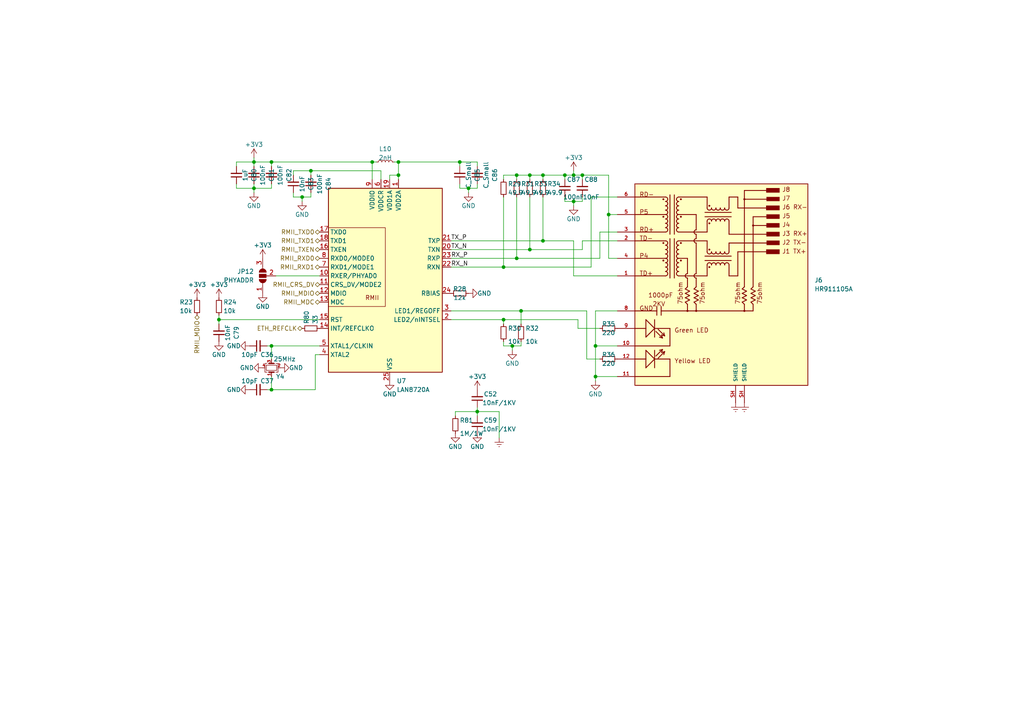
<source format=kicad_sch>
(kicad_sch (version 20230121) (generator eeschema)
  (paper "A4")
  (lib_symbols
    (symbol "Anh_Symbols:HR911105A" (pin_names (offset 1.016))
      (property "Reference" "J" (at 0 38.1 0))
      (property "Value" "HR911105A" (at -5.08 35.56 0))
      (symbol "HR911105A_0_0"
        (rectangle (start -20.32 34.29) (end 29.845 -24.13) (stroke (width 0.254)) (fill (type background)))
        (circle (center -12.065 12.065) (radius 0.1524) (stroke (width 0.254)))
        (circle (center -12.065 17.145) (radius 0.1524) (stroke (width 0.254)))
        (circle (center -12.065 24.765) (radius 0.1524) (stroke (width 0.254)))
        (circle (center -12.065 29.845) (radius 0.1524) (stroke (width 0.254)))
        (arc (start -11.43 7.62) (mid -10.981 7.806) (end -10.795 8.255) (stroke (width 0.254)))
        (arc (start -11.43 8.89) (mid -11.0269 9.1219) (end -10.795 9.525) (stroke (width 0.254)))
        (arc (start -11.43 10.16) (mid -10.981 10.346) (end -10.795 10.795) (stroke (width 0.254)))
        (arc (start -11.43 11.43) (mid -10.981 11.616) (end -10.795 12.065) (stroke (width 0.254)))
        (arc (start -11.43 12.7) (mid -10.981 12.886) (end -10.795 13.335) (stroke (width 0.254)))
        (arc (start -11.43 13.97) (mid -10.981 14.156) (end -10.795 14.605) (stroke (width 0.254)))
        (arc (start -11.43 15.24) (mid -10.981 15.426) (end -10.795 15.875) (stroke (width 0.254)))
        (arc (start -11.43 16.51) (mid -10.981 16.696) (end -10.795 17.145) (stroke (width 0.254)))
        (arc (start -11.43 20.32) (mid -10.981 20.506) (end -10.795 20.955) (stroke (width 0.254)))
        (arc (start -11.43 21.59) (mid -11.0269 21.8219) (end -10.795 22.225) (stroke (width 0.254)))
        (arc (start -11.43 22.86) (mid -10.981 23.046) (end -10.795 23.495) (stroke (width 0.254)))
        (arc (start -11.43 24.13) (mid -10.981 24.316) (end -10.795 24.765) (stroke (width 0.254)))
        (arc (start -11.43 25.4) (mid -10.981 25.586) (end -10.795 26.035) (stroke (width 0.254)))
        (arc (start -11.43 26.67) (mid -10.981 26.856) (end -10.795 27.305) (stroke (width 0.254)))
        (arc (start -11.43 27.94) (mid -10.981 28.126) (end -10.795 28.575) (stroke (width 0.254)))
        (arc (start -11.43 29.21) (mid -10.981 29.396) (end -10.795 29.845) (stroke (width 0.254)))
        (arc (start -10.795 8.255) (mid -10.981 8.704) (end -11.43 8.89) (stroke (width 0.254)))
        (arc (start -10.795 9.525) (mid -10.981 9.974) (end -11.43 10.16) (stroke (width 0.254)))
        (arc (start -10.795 10.795) (mid -10.981 11.244) (end -11.43 11.43) (stroke (width 0.254)))
        (arc (start -10.795 12.065) (mid -10.981 12.514) (end -11.43 12.7) (stroke (width 0.254)))
        (arc (start -10.795 13.335) (mid -10.981 13.784) (end -11.43 13.97) (stroke (width 0.254)))
        (arc (start -10.795 14.605) (mid -10.981 15.054) (end -11.43 15.24) (stroke (width 0.254)))
        (arc (start -10.795 15.875) (mid -10.981 16.324) (end -11.43 16.51) (stroke (width 0.254)))
        (arc (start -10.795 17.145) (mid -10.981 17.594) (end -11.43 17.78) (stroke (width 0.254)))
        (arc (start -10.795 20.955) (mid -10.981 21.404) (end -11.43 21.59) (stroke (width 0.254)))
        (arc (start -10.795 22.225) (mid -10.981 22.674) (end -11.43 22.86) (stroke (width 0.254)))
        (arc (start -10.795 23.495) (mid -10.981 23.944) (end -11.43 24.13) (stroke (width 0.254)))
        (arc (start -10.795 24.765) (mid -10.981 25.214) (end -11.43 25.4) (stroke (width 0.254)))
        (arc (start -10.795 26.035) (mid -10.981 26.484) (end -11.43 26.67) (stroke (width 0.254)))
        (arc (start -10.795 27.305) (mid -10.981 27.754) (end -11.43 27.94) (stroke (width 0.254)))
        (arc (start -10.795 28.575) (mid -10.981 29.024) (end -11.43 29.21) (stroke (width 0.254)))
        (arc (start -10.795 29.845) (mid -10.981 30.294) (end -11.43 30.48) (stroke (width 0.254)))
        (arc (start -8.255 8.255) (mid -8.069 7.806) (end -7.62 7.62) (stroke (width 0.254)))
        (arc (start -8.255 9.525) (mid -8.069 9.076) (end -7.62 8.89) (stroke (width 0.254)))
        (arc (start -8.255 10.795) (mid -8.069 10.346) (end -7.62 10.16) (stroke (width 0.254)))
        (arc (start -8.255 12.065) (mid -8.069 11.616) (end -7.62 11.43) (stroke (width 0.254)))
        (arc (start -8.255 13.335) (mid -8.069 12.886) (end -7.62 12.7) (stroke (width 0.254)))
        (arc (start -8.255 14.605) (mid -8.069 14.156) (end -7.62 13.97) (stroke (width 0.254)))
        (arc (start -8.255 15.875) (mid -8.069 15.426) (end -7.62 15.24) (stroke (width 0.254)))
        (arc (start -8.255 17.145) (mid -8.069 16.696) (end -7.62 16.51) (stroke (width 0.254)))
        (arc (start -8.255 20.955) (mid -8.069 20.506) (end -7.62 20.32) (stroke (width 0.254)))
        (arc (start -8.255 22.225) (mid -8.069 21.776) (end -7.62 21.59) (stroke (width 0.254)))
        (arc (start -8.255 23.495) (mid -8.069 23.046) (end -7.62 22.86) (stroke (width 0.254)))
        (arc (start -8.255 24.765) (mid -8.069 24.316) (end -7.62 24.13) (stroke (width 0.254)))
        (arc (start -8.255 26.035) (mid -8.069 25.586) (end -7.62 25.4) (stroke (width 0.254)))
        (arc (start -8.255 27.305) (mid -8.069 26.856) (end -7.62 26.67) (stroke (width 0.254)))
        (arc (start -8.255 28.575) (mid -8.069 28.126) (end -7.62 27.94) (stroke (width 0.254)))
        (arc (start -8.255 29.845) (mid -8.069 29.396) (end -7.62 29.21) (stroke (width 0.254)))
        (arc (start -7.62 8.89) (mid -8.069 8.704) (end -8.255 8.255) (stroke (width 0.254)))
        (arc (start -7.62 10.16) (mid -8.069 9.974) (end -8.255 9.525) (stroke (width 0.254)))
        (arc (start -7.62 11.43) (mid -8.069 11.244) (end -8.255 10.795) (stroke (width 0.254)))
        (arc (start -7.62 12.7) (mid -8.069 12.514) (end -8.255 12.065) (stroke (width 0.254)))
        (arc (start -7.62 13.97) (mid -8.069 13.784) (end -8.255 13.335) (stroke (width 0.254)))
        (arc (start -7.62 15.24) (mid -8.069 15.054) (end -8.255 14.605) (stroke (width 0.254)))
        (arc (start -7.62 16.51) (mid -8.0231 16.2781) (end -8.255 15.875) (stroke (width 0.254)))
        (arc (start -7.62 17.78) (mid -8.069 17.594) (end -8.255 17.145) (stroke (width 0.254)))
        (arc (start -7.62 21.59) (mid -8.069 21.404) (end -8.255 20.955) (stroke (width 0.254)))
        (arc (start -7.62 22.86) (mid -8.069 22.674) (end -8.255 22.225) (stroke (width 0.254)))
        (arc (start -7.62 24.13) (mid -8.069 23.944) (end -8.255 23.495) (stroke (width 0.254)))
        (arc (start -7.62 25.4) (mid -8.069 25.214) (end -8.255 24.765) (stroke (width 0.254)))
        (arc (start -7.62 26.67) (mid -8.069 26.484) (end -8.255 26.035) (stroke (width 0.254)))
        (arc (start -7.62 27.94) (mid -8.069 27.754) (end -8.255 27.305) (stroke (width 0.254)))
        (arc (start -7.62 29.21) (mid -8.0231 28.9781) (end -8.255 28.575) (stroke (width 0.254)))
        (arc (start -7.62 30.48) (mid -8.069 30.294) (end -8.255 29.845) (stroke (width 0.254)))
        (circle (center -6.985 12.065) (radius 0.1524) (stroke (width 0.254)))
        (circle (center -6.985 17.145) (radius 0.1524) (stroke (width 0.254)))
        (circle (center -6.985 24.765) (radius 0.1524) (stroke (width 0.254)))
        (circle (center -6.985 29.845) (radius 0.1524) (stroke (width 0.254)))
        (arc (start -5.715 7.62) (mid -5.529 7.171) (end -5.08 6.985) (stroke (width 0.254)))
        (circle (center -5.08 -2.54) (radius 0.1778) (stroke (width 0.254)))
        (arc (start -5.08 8.255) (mid -5.529 8.069) (end -5.715 7.62) (stroke (width 0.254)))
        (arc (start -3.175 7.62) (mid -2.989 7.171) (end -2.54 6.985) (stroke (width 0.254)))
        (arc (start -3.175 17.78) (mid -2.989 17.331) (end -2.54 17.145) (stroke (width 0.254)))
        (arc (start -3.175 20.32) (mid -2.989 19.871) (end -2.54 19.685) (stroke (width 0.254)))
        (circle (center -2.54 -2.54) (radius 0.1778) (stroke (width 0.254)))
        (arc (start -2.54 8.255) (mid -2.989 8.069) (end -3.175 7.62) (stroke (width 0.254)))
        (arc (start -2.54 18.415) (mid -2.989 18.229) (end -3.175 17.78) (stroke (width 0.254)))
        (arc (start -2.54 20.955) (mid -2.989 20.769) (end -3.175 20.32) (stroke (width 0.254)))
        (polyline (pts (xy -20.32 -21.59) (xy -10.16 -21.59)) (stroke (width 0.254)))
        (polyline (pts (xy -20.32 -12.7) (xy -10.16 -12.7)) (stroke (width 0.254)))
        (polyline (pts (xy -20.32 12.7) (xy -11.43 12.7)) (stroke (width 0.254)))
        (polyline (pts (xy -20.32 20.32) (xy -11.43 20.32)) (stroke (width 0.254)))
        (polyline (pts (xy -17.145 -19.05) (xy -14.605 -16.51)) (stroke (width 0.254)))
        (polyline (pts (xy -17.145 -16.51) (xy -20.32 -16.51)) (stroke (width 0.254)))
        (polyline (pts (xy -17.145 -16.51) (xy -17.145 -19.05)) (stroke (width 0.254)))
        (polyline (pts (xy -17.145 -13.97) (xy -17.145 -16.51)) (stroke (width 0.254)))
        (polyline (pts (xy -17.145 -10.16) (xy -17.145 -7.62)) (stroke (width 0.254)))
        (polyline (pts (xy -17.145 -7.62) (xy -20.32 -7.62)) (stroke (width 0.254)))
        (polyline (pts (xy -17.145 -7.62) (xy -17.145 -5.08)) (stroke (width 0.254)))
        (polyline (pts (xy -17.145 -5.08) (xy -14.605 -7.62)) (stroke (width 0.254)))
        (polyline (pts (xy -16.764 -14.351) (xy -17.145 -13.97)) (stroke (width 0.254)))
        (polyline (pts (xy -16.7386 -9.7536) (xy -17.1196 -10.1346)) (stroke (width 0.254)))
        (polyline (pts (xy -16.129 -14.986) (xy -16.764 -14.351)) (stroke (width 0.254)))
        (polyline (pts (xy -16.1036 -9.1186) (xy -16.7386 -9.7536)) (stroke (width 0.254)))
        (polyline (pts (xy -14.605 -16.51) (xy -16.129 -14.986)) (stroke (width 0.254)))
        (polyline (pts (xy -14.605 -16.51) (xy -14.605 -19.05)) (stroke (width 0.254)))
        (polyline (pts (xy -14.605 -16.51) (xy -10.16 -16.51)) (stroke (width 0.254)))
        (polyline (pts (xy -14.605 -13.97) (xy -14.605 -16.51)) (stroke (width 0.254)))
        (polyline (pts (xy -14.605 -10.16) (xy -14.605 -7.62)) (stroke (width 0.254)))
        (polyline (pts (xy -14.605 -7.62) (xy -16.129 -9.144)) (stroke (width 0.254)))
        (polyline (pts (xy -14.605 -7.62) (xy -14.605 -5.08)) (stroke (width 0.254)))
        (polyline (pts (xy -14.605 -7.62) (xy -10.16 -7.62)) (stroke (width 0.254)))
        (polyline (pts (xy -14.224 -15.621) (xy -12.319 -13.716)) (stroke (width 0.254)))
        (polyline (pts (xy -14.224 -8.509) (xy -12.319 -10.414)) (stroke (width 0.254)))
        (polyline (pts (xy -13.97 -2.54) (xy -20.32 -2.54)) (stroke (width 0.254)))
        (polyline (pts (xy -13.97 -2.54) (xy -13.97 -3.81)) (stroke (width 0.254)))
        (polyline (pts (xy -13.97 -1.27) (xy -13.97 -2.54)) (stroke (width 0.254)))
        (polyline (pts (xy -13.589 -16.256) (xy -11.684 -14.351)) (stroke (width 0.254)))
        (polyline (pts (xy -13.589 -7.874) (xy -11.684 -9.779)) (stroke (width 0.254)))
        (polyline (pts (xy -12.7 -2.54) (xy -12.7 -3.81)) (stroke (width 0.254)))
        (polyline (pts (xy -12.7 -2.54) (xy -12.7 -1.27)) (stroke (width 0.254)))
        (polyline (pts (xy -12.319 -13.716) (xy -13.208 -13.97)) (stroke (width 0.254)))
        (polyline (pts (xy -12.319 -13.716) (xy -12.573 -14.605)) (stroke (width 0.254)))
        (polyline (pts (xy -12.319 -10.414) (xy -13.208 -10.16)) (stroke (width 0.254)))
        (polyline (pts (xy -12.319 -10.414) (xy -12.573 -9.525)) (stroke (width 0.254)))
        (polyline (pts (xy -11.684 -14.351) (xy -12.573 -14.605)) (stroke (width 0.254)))
        (polyline (pts (xy -11.684 -14.351) (xy -11.938 -15.24)) (stroke (width 0.254)))
        (polyline (pts (xy -11.684 -9.779) (xy -12.573 -9.525)) (stroke (width 0.254)))
        (polyline (pts (xy -11.684 -9.779) (xy -11.938 -8.89)) (stroke (width 0.254)))
        (polyline (pts (xy -11.43 7.62) (xy -20.32 7.62)) (stroke (width 0.254)))
        (polyline (pts (xy -11.43 17.78) (xy -20.32 17.78)) (stroke (width 0.254)))
        (polyline (pts (xy -11.43 25.4) (xy -20.32 25.4)) (stroke (width 0.254)))
        (polyline (pts (xy -11.43 30.48) (xy -20.32 30.48)) (stroke (width 0.254)))
        (polyline (pts (xy -10.16 -21.59) (xy -10.16 -16.51)) (stroke (width 0.254)))
        (polyline (pts (xy -10.16 -12.7) (xy -10.16 -7.62)) (stroke (width 0.254)))
        (polyline (pts (xy -10.16 18.415) (xy -10.16 6.985)) (stroke (width 0.254)))
        (polyline (pts (xy -10.16 31.115) (xy -10.16 19.685)) (stroke (width 0.254)))
        (polyline (pts (xy -8.89 18.415) (xy -8.89 6.985)) (stroke (width 0.254)))
        (polyline (pts (xy -8.89 31.115) (xy -8.89 19.685)) (stroke (width 0.254)))
        (polyline (pts (xy -7.62 7.62) (xy -5.715 7.62)) (stroke (width 0.254)))
        (polyline (pts (xy -7.62 20.32) (xy -3.175 20.32)) (stroke (width 0.254)))
        (polyline (pts (xy -7.62 25.4) (xy -2.54 25.4)) (stroke (width 0.254)))
        (polyline (pts (xy -5.715 0) (xy -5.08 -0.635)) (stroke (width 0.254)))
        (polyline (pts (xy -5.715 1.27) (xy -4.445 0.635)) (stroke (width 0.254)))
        (polyline (pts (xy -5.715 2.54) (xy -4.445 1.905)) (stroke (width 0.254)))
        (polyline (pts (xy -5.715 3.81) (xy -4.445 3.175)) (stroke (width 0.254)))
        (polyline (pts (xy -5.715 7.62) (xy -3.175 7.62)) (stroke (width 0.254)))
        (polyline (pts (xy -5.08 -2.54) (xy -12.7 -2.54)) (stroke (width 0.254)))
        (polyline (pts (xy -5.08 -0.635) (xy -5.08 -2.54)) (stroke (width 0.254)))
        (polyline (pts (xy -5.08 4.445) (xy -5.715 3.81)) (stroke (width 0.254)))
        (polyline (pts (xy -5.08 6.985) (xy -5.08 4.445)) (stroke (width 0.254)))
        (polyline (pts (xy -5.08 8.255) (xy -5.08 12.7)) (stroke (width 0.254)))
        (polyline (pts (xy -5.08 12.7) (xy -7.62 12.7)) (stroke (width 0.254)))
        (polyline (pts (xy -4.445 0.635) (xy -5.715 0)) (stroke (width 0.254)))
        (polyline (pts (xy -4.445 1.905) (xy -5.715 1.27)) (stroke (width 0.254)))
        (polyline (pts (xy -4.445 3.175) (xy -5.715 2.54)) (stroke (width 0.254)))
        (polyline (pts (xy -3.175 0) (xy -2.54 -0.635)) (stroke (width 0.254)))
        (polyline (pts (xy -3.175 1.27) (xy -1.905 0.635)) (stroke (width 0.254)))
        (polyline (pts (xy -3.175 2.54) (xy -1.905 1.905)) (stroke (width 0.254)))
        (polyline (pts (xy -3.175 3.81) (xy -1.905 3.175)) (stroke (width 0.254)))
        (polyline (pts (xy -3.175 7.62) (xy 0.635 7.62)) (stroke (width 0.254)))
        (polyline (pts (xy -3.175 17.78) (xy -7.62 17.78)) (stroke (width 0.254)))
        (polyline (pts (xy -3.175 20.32) (xy 0.635 20.32)) (stroke (width 0.254)))
        (polyline (pts (xy -2.54 -0.635) (xy -2.54 -2.54)) (stroke (width 0.254)))
        (polyline (pts (xy -2.54 4.445) (xy -3.175 3.81)) (stroke (width 0.254)))
        (polyline (pts (xy -2.54 6.985) (xy -2.54 4.445)) (stroke (width 0.254)))
        (polyline (pts (xy -2.54 17.145) (xy -2.54 8.255)) (stroke (width 0.254)))
        (polyline (pts (xy -2.54 19.685) (xy -2.54 18.415)) (stroke (width 0.254)))
        (polyline (pts (xy -2.54 25.4) (xy -2.54 20.955)) (stroke (width 0.254)))
        (polyline (pts (xy -1.905 0.635) (xy -3.175 0)) (stroke (width 0.254)))
        (polyline (pts (xy -1.905 1.905) (xy -3.175 1.27)) (stroke (width 0.254)))
        (polyline (pts (xy -1.905 3.175) (xy -3.175 2.54)) (stroke (width 0.254)))
        (polyline (pts (xy 0 12.065) (xy 7.62 12.065)) (stroke (width 0.254)))
        (polyline (pts (xy 0 13.335) (xy 7.62 13.335)) (stroke (width 0.254)))
        (polyline (pts (xy 0 24.765) (xy 7.62 24.765)) (stroke (width 0.254)))
        (polyline (pts (xy 0 26.035) (xy 7.62 26.035)) (stroke (width 0.254)))
        (polyline (pts (xy 0.635 7.62) (xy 0.635 10.795)) (stroke (width 0.254)))
        (polyline (pts (xy 0.635 14.605) (xy 0.635 17.78)) (stroke (width 0.254)))
        (polyline (pts (xy 0.635 17.78) (xy -3.175 17.78)) (stroke (width 0.254)))
        (polyline (pts (xy 0.635 20.32) (xy 0.635 23.495)) (stroke (width 0.254)))
        (polyline (pts (xy 0.635 27.305) (xy 0.635 30.48)) (stroke (width 0.254)))
        (polyline (pts (xy 0.635 30.48) (xy -7.62 30.48)) (stroke (width 0.254)))
        (polyline (pts (xy 6.985 10.795) (xy 6.985 7.62)) (stroke (width 0.254)))
        (polyline (pts (xy 6.985 17.145) (xy 6.985 14.605)) (stroke (width 0.254)))
        (polyline (pts (xy 6.985 23.495) (xy 6.985 19.685)) (stroke (width 0.254)))
        (polyline (pts (xy 6.985 30.48) (xy 6.985 27.305)) (stroke (width 0.254)))
        (polyline (pts (xy 9.525 7.62) (xy 6.985 7.62)) (stroke (width 0.254)))
        (polyline (pts (xy 9.525 14.605) (xy 9.525 7.62)) (stroke (width 0.254)))
        (polyline (pts (xy 9.525 27.305) (xy 9.525 30.48)) (stroke (width 0.254)))
        (polyline (pts (xy 9.525 30.48) (xy 6.985 30.48)) (stroke (width 0.254)))
        (polyline (pts (xy 10.795 0) (xy 11.43 -0.635)) (stroke (width 0.254)))
        (polyline (pts (xy 10.795 1.27) (xy 12.065 0.635)) (stroke (width 0.254)))
        (polyline (pts (xy 10.795 2.54) (xy 12.065 1.905)) (stroke (width 0.254)))
        (polyline (pts (xy 10.795 3.81) (xy 12.065 3.175)) (stroke (width 0.254)))
        (polyline (pts (xy 11.43 -0.635) (xy 11.43 -2.54)) (stroke (width 0.254)))
        (polyline (pts (xy 11.43 4.445) (xy 10.795 3.81)) (stroke (width 0.254)))
        (polyline (pts (xy 11.43 29.845) (xy 11.43 4.445)) (stroke (width 0.254)))
        (polyline (pts (xy 11.43 29.845) (xy 18.415 29.845)) (stroke (width 0.254)))
        (polyline (pts (xy 11.43 32.385) (xy 11.43 29.845)) (stroke (width 0.254)))
        (polyline (pts (xy 12.065 0.635) (xy 10.795 0)) (stroke (width 0.254)))
        (polyline (pts (xy 12.065 1.905) (xy 10.795 1.27)) (stroke (width 0.254)))
        (polyline (pts (xy 12.065 3.175) (xy 10.795 2.54)) (stroke (width 0.254)))
        (polyline (pts (xy 13.335 0) (xy 13.97 -0.635)) (stroke (width 0.254)))
        (polyline (pts (xy 13.335 1.27) (xy 14.605 0.635)) (stroke (width 0.254)))
        (polyline (pts (xy 13.335 2.54) (xy 14.605 1.905)) (stroke (width 0.254)))
        (polyline (pts (xy 13.335 3.81) (xy 14.605 3.175)) (stroke (width 0.254)))
        (polyline (pts (xy 13.97 -2.54) (xy -5.08 -2.54)) (stroke (width 0.254)))
        (polyline (pts (xy 13.97 -0.635) (xy 13.97 -2.54)) (stroke (width 0.254)))
        (polyline (pts (xy 13.97 4.445) (xy 13.335 3.81)) (stroke (width 0.254)))
        (polyline (pts (xy 13.97 22.225) (xy 13.97 4.445)) (stroke (width 0.254)))
        (polyline (pts (xy 13.97 22.225) (xy 18.415 22.225)) (stroke (width 0.254)))
        (polyline (pts (xy 13.97 24.765) (xy 13.97 22.225)) (stroke (width 0.254)))
        (polyline (pts (xy 14.605 0.635) (xy 13.335 0)) (stroke (width 0.254)))
        (polyline (pts (xy 14.605 1.905) (xy 13.335 1.27)) (stroke (width 0.254)))
        (polyline (pts (xy 14.605 3.175) (xy 13.335 2.54)) (stroke (width 0.254)))
        (polyline (pts (xy 18.415 14.605) (xy 9.525 14.605)) (stroke (width 0.254)))
        (polyline (pts (xy 18.415 17.145) (xy 6.985 17.145)) (stroke (width 0.254)))
        (polyline (pts (xy 18.415 19.685) (xy 6.985 19.685)) (stroke (width 0.254)))
        (polyline (pts (xy 18.415 24.765) (xy 13.97 24.765)) (stroke (width 0.254)))
        (polyline (pts (xy 18.415 27.305) (xy 9.525 27.305)) (stroke (width 0.254)))
        (polyline (pts (xy 18.415 32.385) (xy 11.43 32.385)) (stroke (width 0.254)))
        (arc (start 0.635 14.605) (mid 0.821 14.156) (end 1.27 13.97) (stroke (width 0.254)))
        (arc (start 0.635 27.305) (mid 0.821 26.856) (end 1.27 26.67) (stroke (width 0.254)))
        (circle (center 1.27 10.16) (radius 0.1524) (stroke (width 0.254)))
        (arc (start 1.27 11.43) (mid 0.821 11.244) (end 0.635 10.795) (stroke (width 0.254)))
        (arc (start 1.27 13.97) (mid 1.719 14.156) (end 1.905 14.605) (stroke (width 0.254)))
        (circle (center 1.27 15.24) (radius 0.1524) (stroke (width 0.254)))
        (circle (center 1.27 22.86) (radius 0.1524) (stroke (width 0.254)))
        (arc (start 1.27 24.13) (mid 0.821 23.944) (end 0.635 23.495) (stroke (width 0.254)))
        (arc (start 1.27 26.67) (mid 1.719 26.856) (end 1.905 27.305) (stroke (width 0.254)))
        (circle (center 1.27 27.94) (radius 0.1524) (stroke (width 0.254)))
        (arc (start 1.905 10.795) (mid 1.719 11.244) (end 1.27 11.43) (stroke (width 0.254)))
        (arc (start 1.905 14.605) (mid 2.091 14.156) (end 2.54 13.97) (stroke (width 0.254)))
        (arc (start 1.905 23.495) (mid 1.719 23.944) (end 1.27 24.13) (stroke (width 0.254)))
        (arc (start 1.905 27.305) (mid 2.091 26.856) (end 2.54 26.67) (stroke (width 0.254)))
        (arc (start 2.54 11.43) (mid 2.091 11.244) (end 1.905 10.795) (stroke (width 0.254)))
        (arc (start 2.54 13.97) (mid 2.989 14.156) (end 3.175 14.605) (stroke (width 0.254)))
        (arc (start 2.54 24.13) (mid 2.091 23.944) (end 1.905 23.495) (stroke (width 0.254)))
        (arc (start 2.54 26.67) (mid 2.989 26.856) (end 3.175 27.305) (stroke (width 0.254)))
        (arc (start 3.175 10.795) (mid 2.989 11.244) (end 2.54 11.43) (stroke (width 0.254)))
        (arc (start 3.175 14.605) (mid 3.361 14.156) (end 3.81 13.97) (stroke (width 0.254)))
        (arc (start 3.175 23.495) (mid 2.989 23.944) (end 2.54 24.13) (stroke (width 0.254)))
        (arc (start 3.175 27.305) (mid 3.361 26.856) (end 3.81 26.67) (stroke (width 0.254)))
        (arc (start 3.81 11.43) (mid 3.361 11.244) (end 3.175 10.795) (stroke (width 0.254)))
        (arc (start 3.81 13.97) (mid 4.259 14.156) (end 4.445 14.605) (stroke (width 0.254)))
        (arc (start 3.81 24.13) (mid 3.361 23.944) (end 3.175 23.495) (stroke (width 0.254)))
        (arc (start 3.81 26.67) (mid 4.259 26.856) (end 4.445 27.305) (stroke (width 0.254)))
        (arc (start 4.445 10.795) (mid 4.259 11.244) (end 3.81 11.43) (stroke (width 0.254)))
        (arc (start 4.445 14.605) (mid 4.631 14.156) (end 5.08 13.97) (stroke (width 0.254)))
        (arc (start 4.445 23.495) (mid 4.259 23.944) (end 3.81 24.13) (stroke (width 0.254)))
        (arc (start 4.445 27.305) (mid 4.631 26.856) (end 5.08 26.67) (stroke (width 0.254)))
        (arc (start 5.08 11.43) (mid 4.631 11.244) (end 4.445 10.795) (stroke (width 0.254)))
        (arc (start 5.08 13.97) (mid 5.529 14.156) (end 5.715 14.605) (stroke (width 0.254)))
        (arc (start 5.08 24.13) (mid 4.631 23.944) (end 4.445 23.495) (stroke (width 0.254)))
        (arc (start 5.08 26.67) (mid 5.529 26.856) (end 5.715 27.305) (stroke (width 0.254)))
        (arc (start 5.715 10.795) (mid 5.529 11.244) (end 5.08 11.43) (stroke (width 0.254)))
        (arc (start 5.715 14.605) (mid 5.901 14.156) (end 6.35 13.97) (stroke (width 0.254)))
        (arc (start 5.715 23.495) (mid 5.529 23.944) (end 5.08 24.13) (stroke (width 0.254)))
        (arc (start 5.715 27.305) (mid 5.901 26.856) (end 6.35 26.67) (stroke (width 0.254)))
        (arc (start 6.35 11.43) (mid 5.901 11.244) (end 5.715 10.795) (stroke (width 0.254)))
        (arc (start 6.35 13.97) (mid 6.799 14.156) (end 6.985 14.605) (stroke (width 0.254)))
        (arc (start 6.35 24.13) (mid 5.901 23.944) (end 5.715 23.495) (stroke (width 0.254)))
        (arc (start 6.35 26.67) (mid 6.799 26.856) (end 6.985 27.305) (stroke (width 0.254)))
        (arc (start 6.985 10.795) (mid 6.799 11.244) (end 6.35 11.43) (stroke (width 0.254)))
        (arc (start 6.985 23.495) (mid 6.799 23.944) (end 6.35 24.13) (stroke (width 0.254)))
        (circle (center 11.43 -2.54) (radius 0.1778) (stroke (width 0.254)))
        (circle (center 11.43 29.845) (radius 0.1778) (stroke (width 0.254)))
        (circle (center 13.97 22.225) (radius 0.1778) (stroke (width 0.254)))
        (rectangle (start 17.8054 26.7208) (end 21.59 27.94) (fill (type outline)))
        (rectangle (start 17.8308 13.9954) (end 21.59 15.24) (fill (type outline)))
        (rectangle (start 17.8308 31.8262) (end 21.59 33.02) (fill (type outline)))
        (rectangle (start 17.8816 19.1262) (end 21.59 20.32) (fill (type outline)))
        (rectangle (start 17.8816 21.6916) (end 21.5646 22.8346) (fill (type outline)))
        (rectangle (start 17.8816 24.2316) (end 21.59 25.4) (fill (type outline)))
        (rectangle (start 17.907 29.3624) (end 21.59 30.4546) (fill (type outline)))
        (rectangle (start 17.9324 16.6116) (end 21.59 17.78) (fill (type outline)))
        (text "1000pF" (at -16.51 1.27 0) (effects (font (size 1.27 1.27)) (justify left bottom)))
        (text "2KV" (at -15.24 -1.27 0) (effects (font (size 1.27 1.27)) (justify left bottom)))
        (text "75ohm" (at -6.4008 -0.6604 900) (effects (font (size 1.27 1.27)) (justify left bottom)))
        (text "75ohm" (at 0 -0.6604 900) (effects (font (size 1.27 1.27)) (justify left bottom)))
        (text "75ohm" (at 10.2616 -0.6604 900) (effects (font (size 1.27 1.27)) (justify left bottom)))
        (text "75ohm" (at 16.6116 -0.6604 900) (effects (font (size 1.27 1.27)) (justify left bottom)))
        (text "GND" (at -19.05 -2.54 0) (effects (font (size 1.27 1.27)) (justify left bottom)))
        (text "Green LED" (at -8.89 -8.89 0) (effects (font (size 1.27 1.27)) (justify left bottom)))
        (text "J1 TX+" (at 22.352 13.9954 0) (effects (font (size 1.27 1.27)) (justify left bottom)))
        (text "J2 TX-" (at 22.3774 16.5862 0) (effects (font (size 1.27 1.27)) (justify left bottom)))
        (text "J3 RX+" (at 22.3774 19.1516 0) (effects (font (size 1.27 1.27)) (justify left bottom)))
        (text "J4" (at 22.3774 21.717 0) (effects (font (size 1.27 1.27)) (justify left bottom)))
        (text "J5" (at 22.4028 24.257 0) (effects (font (size 1.27 1.27)) (justify left bottom)))
        (text "J6 RX-" (at 22.3774 26.8224 0) (effects (font (size 1.27 1.27)) (justify left bottom)))
        (text "J7" (at 22.3774 29.3624 0) (effects (font (size 1.27 1.27)) (justify left bottom)))
        (text "J8" (at 22.3774 31.9278 0) (effects (font (size 1.27 1.27)) (justify left bottom)))
        (text "P4" (at -19.05 12.7 0) (effects (font (size 1.27 1.27)) (justify left bottom)))
        (text "P5" (at -19.05 25.4 0) (effects (font (size 1.27 1.27)) (justify left bottom)))
        (text "RD+" (at -19.05 20.32 0) (effects (font (size 1.27 1.27)) (justify left bottom)))
        (text "RD-" (at -19.05 30.48 0) (effects (font (size 1.27 1.27)) (justify left bottom)))
        (text "TD+" (at -19.05 7.62 0) (effects (font (size 1.27 1.27)) (justify left bottom)))
        (text "TD-" (at -19.05 17.78 0) (effects (font (size 1.27 1.27)) (justify left bottom)))
        (text "Yellow LED" (at -8.89 -17.78 0) (effects (font (size 1.27 1.27)) (justify left bottom)))
        (pin passive line (at -25.4 7.62 0) (length 5.08) (name "~") (number "1"))
        (pin passive line (at -25.4 -12.7 0) (length 5.08) (name "~") (number "10"))
        (pin passive line (at -25.4 -21.59 0) (length 5.08) (name "~") (number "11"))
        (pin passive line (at -25.4 -16.51 0) (length 5.08) (name "~") (number "12"))
        (pin passive line (at -25.4 17.78 0) (length 5.08) (name "~") (number "2"))
        (pin passive line (at -25.4 20.32 0) (length 5.08) (name "~") (number "3"))
        (pin passive line (at -25.4 12.7 0) (length 5.08) (name "~") (number "4"))
        (pin passive line (at -25.4 25.4 0) (length 5.08) (name "~") (number "5"))
        (pin passive line (at -25.4 30.48 0) (length 5.08) (name "~") (number "6"))
        (pin power_in line (at -25.4 -2.54 0) (length 5.08) (name "~") (number "8"))
        (pin passive line (at -25.4 -7.62 0) (length 5.08) (name "~") (number "9"))
        (pin passive line (at 8.89 -29.21 90) (length 5.08) (name "SHIELD") (number "SH"))
        (pin passive line (at 11.43 -29.21 90) (length 5.08) (name "SHIELD") (number "SH"))
      )
    )
    (symbol "Device:C_Small" (pin_numbers hide) (pin_names (offset 0.254) hide)
      (property "Reference" "C" (at 0.254 1.778 0))
      (property "Value" "C_Small" (at 0.254 -2.032 0))
      (symbol "C_Small_0_1"
        (polyline (pts (xy -1.524 -0.508) (xy 1.524 -0.508)) (stroke (width 0.3302)))
        (polyline (pts (xy -1.524 0.508) (xy 1.524 0.508)) (stroke (width 0.3048)))
      )
      (symbol "C_Small_1_1"
        (pin passive line (at 0 2.54 270) (length 2.032) (name "~") (number "1"))
        (pin passive line (at 0 -2.54 90) (length 2.032) (name "~") (number "2"))
      )
    )
    (symbol "Device:Crystal_GND24_Small" (pin_names (offset 1.016) hide)
      (property "Reference" "Y" (at 1.27 4.445 0))
      (property "Value" "Crystal_GND24_Small" (at 1.27 2.54 0))
      (symbol "Crystal_GND24_Small_0_1"
        (rectangle (start -0.762 -1.524) (end 0.762 1.524))
        (polyline (pts (xy -1.27 -0.762) (xy -1.27 0.762)) (stroke (width 0.381)))
        (polyline (pts (xy 1.27 -0.762) (xy 1.27 0.762)) (stroke (width 0.381)))
        (polyline (pts (xy -1.27 -1.27) (xy -1.27 -1.905) (xy 1.27 -1.905) (xy 1.27 -1.27)))
        (polyline (pts (xy -1.27 1.27) (xy -1.27 1.905) (xy 1.27 1.905) (xy 1.27 1.27)))
      )
      (symbol "Crystal_GND24_Small_1_1"
        (pin passive line (at -2.54 0 0) (length 1.27) (name "1") (number "1"))
        (pin passive line (at 0 -2.54 90) (length 0.635) (name "2") (number "2"))
        (pin passive line (at 2.54 0 180) (length 1.27) (name "3") (number "3"))
        (pin passive line (at 0 2.54 270) (length 0.635) (name "4") (number "4"))
      )
    )
    (symbol "Device:L_Small" (pin_numbers hide) (pin_names (offset 0.254) hide)
      (property "Reference" "L" (at 0.762 1.016 0))
      (property "Value" "L_Small" (at 0.762 -1.016 0))
      (symbol "L_Small_0_1"
        (arc (start 0 -2.032) (mid 0.5058 -1.524) (end 0 -1.016))
        (arc (start 0 -1.016) (mid 0.5058 -0.508) (end 0 0))
        (arc (start 0 0) (mid 0.5058 0.508) (end 0 1.016))
        (arc (start 0 1.016) (mid 0.5058 1.524) (end 0 2.032))
      )
      (symbol "L_Small_1_1"
        (pin passive line (at 0 2.54 270) (length 0.508) (name "~") (number "1"))
        (pin passive line (at 0 -2.54 90) (length 0.508) (name "~") (number "2"))
      )
    )
    (symbol "Device:R_Small" (pin_numbers hide) (pin_names (offset 0.254) hide)
      (property "Reference" "R" (at 0.762 0.508 0))
      (property "Value" "R_Small" (at 0.762 -1.016 0))
      (symbol "R_Small_0_1"
        (rectangle (start -0.762 1.778) (end 0.762 -1.778) (stroke (width 0.2032)))
      )
      (symbol "R_Small_1_1"
        (pin passive line (at 0 2.54 270) (length 0.762) (name "~") (number "1"))
        (pin passive line (at 0 -2.54 90) (length 0.762) (name "~") (number "2"))
      )
    )
    (symbol "Interface_Ethernet:LAN8720A"
      (property "Reference" "U" (at -13.97 29.21 0))
      (property "Value" "LAN8720A" (at 15.24 29.21 0))
      (symbol "LAN8720A_0_0"
        (text "RMII" (at -5.08 -3.81 0) (effects (font (size 1.27 1.27))))
      )
      (symbol "LAN8720A_0_1"
        (rectangle (start -17.78 27.94) (end 15.24 -25.4) (stroke (width 0.254)) (fill (type background)))
        (polyline (pts (xy -17.78 -6.35) (xy -1.27 -6.35) (xy -1.27 16.51) (xy -17.78 16.51)))
      )
      (symbol "LAN8720A_1_1"
        (pin power_in line (at 2.54 30.48 270) (length 2.54) (name "VDD2A") (number "1"))
        (pin output line (at -20.32 2.54 0) (length 2.54) (name "RXER/PHYAD0") (number "10"))
        (pin output line (at -20.32 0 0) (length 2.54) (name "CRS_DV/MODE2") (number "11"))
        (pin bidirectional line (at -20.32 -2.54 0) (length 2.54) (name "MDIO") (number "12"))
        (pin input line (at -20.32 -5.08 0) (length 2.54) (name "MDC") (number "13"))
        (pin output line (at -20.32 -12.7 0) (length 2.54) (name "INT/REFCLKO") (number "14"))
        (pin input line (at -20.32 -10.16 0) (length 2.54) (name "RST") (number "15"))
        (pin input line (at -20.32 10.16 0) (length 2.54) (name "TXEN") (number "16"))
        (pin input line (at -20.32 15.24 0) (length 2.54) (name "TXD0") (number "17"))
        (pin input line (at -20.32 12.7 0) (length 2.54) (name "TXD1") (number "18"))
        (pin power_in line (at 0 30.48 270) (length 2.54) (name "VDD1A") (number "19"))
        (pin bidirectional line (at 17.78 -10.16 180) (length 2.54) (name "LED2/nINTSEL") (number "2"))
        (pin output line (at 17.78 10.16 180) (length 2.54) (name "TXN") (number "20"))
        (pin output line (at 17.78 12.7 180) (length 2.54) (name "TXP") (number "21"))
        (pin output line (at 17.78 5.08 180) (length 2.54) (name "RXN") (number "22"))
        (pin output line (at 17.78 7.62 180) (length 2.54) (name "RXP") (number "23"))
        (pin input line (at 17.78 -2.54 180) (length 2.54) (name "RBIAS") (number "24"))
        (pin power_in line (at 0 -27.94 90) (length 2.54) (name "VSS") (number "25"))
        (pin bidirectional line (at 17.78 -7.62 180) (length 2.54) (name "LED1/REGOFF") (number "3"))
        (pin passive line (at -20.32 -20.32 0) (length 2.54) (name "XTAL2") (number "4"))
        (pin passive line (at -20.32 -17.78 0) (length 2.54) (name "XTAL1/CLKIN") (number "5"))
        (pin power_in line (at -2.54 30.48 270) (length 2.54) (name "VDDCR") (number "6"))
        (pin output line (at -20.32 5.08 0) (length 2.54) (name "RXD1/MODE1") (number "7"))
        (pin output line (at -20.32 7.62 0) (length 2.54) (name "RXD0/MODE0") (number "8"))
        (pin power_in line (at -5.08 30.48 270) (length 2.54) (name "VDDIO") (number "9"))
      )
    )
    (symbol "Jumper:SolderJumper_3_Open" (pin_names (offset 0) hide)
      (property "Reference" "JP" (at -2.54 -2.54 0))
      (property "Value" "SolderJumper_3_Open" (at 0 2.794 0))
      (symbol "SolderJumper_3_Open_0_1"
        (arc (start -1.016 1.016) (mid -2.0276 0) (end -1.016 -1.016))
        (arc (start -1.016 1.016) (mid -2.0276 0) (end -1.016 -1.016) (fill (type outline)))
        (rectangle (start -0.508 1.016) (end 0.508 -1.016) (fill (type outline)))
        (polyline (pts (xy -2.54 0) (xy -2.032 0)))
        (polyline (pts (xy -1.016 1.016) (xy -1.016 -1.016)))
        (polyline (pts (xy 0 -1.27) (xy 0 -1.016)))
        (polyline (pts (xy 1.016 1.016) (xy 1.016 -1.016)))
        (polyline (pts (xy 2.54 0) (xy 2.032 0)))
        (arc (start 1.016 -1.016) (mid 2.0276 0) (end 1.016 1.016))
        (arc (start 1.016 -1.016) (mid 2.0276 0) (end 1.016 1.016) (fill (type outline)))
      )
      (symbol "SolderJumper_3_Open_1_1"
        (pin passive line (at -5.08 0 0) (length 2.54) (name "A") (number "1"))
        (pin passive line (at 0 -3.81 90) (length 2.54) (name "C") (number "2"))
        (pin passive line (at 5.08 0 180) (length 2.54) (name "B") (number "3"))
      )
    )
    (symbol "power:+3V3" (power) (pin_names (offset 0))
      (property "Value" "+3V3" (at 0 3.556 0))
      (symbol "+3V3_0_1"
        (polyline (pts (xy -0.762 1.27) (xy 0 2.54)))
        (polyline (pts (xy 0 0) (xy 0 2.54)))
        (polyline (pts (xy 0 2.54) (xy 0.762 1.27)))
      )
      (symbol "+3V3_1_1"
        (pin power_in line (at 0 0 90) (length 0) hide (name "+3V3") (number "1"))
      )
    )
    (symbol "power:Earth" (power) (pin_names (offset 0))
      (symbol "Earth_0_1"
        (polyline (pts (xy -0.635 -1.905) (xy 0.635 -1.905)))
        (polyline (pts (xy -0.127 -2.54) (xy 0.127 -2.54)))
        (polyline (pts (xy 0 -1.27) (xy 0 0)))
        (polyline (pts (xy 1.27 -1.27) (xy -1.27 -1.27)))
      )
      (symbol "Earth_1_1"
        (pin power_in line (at 0 0 270) (length 0) hide (name "Earth") (number "1"))
      )
    )
    (symbol "power:GND" (power) (pin_names (offset 0))
      (property "Value" "GND" (at 0 -3.81 0))
      (symbol "GND_0_1"
        (polyline (pts (xy 0 0) (xy 0 -1.27) (xy 1.27 -1.27) (xy 0 -2.54) (xy -1.27 -1.27) (xy 0 -1.27)))
      )
      (symbol "GND_1_1"
        (pin power_in line (at 0 0 270) (length 0) hide (name "GND") (number "1"))
      )
    )
  )
  (junction (at 78.74 100.33))
  (junction (at 138.43 119.38))
  (junction (at 176.53 62.23))
  (junction (at 166.37 58.42))
  (junction (at 90.17 49.53))
  (junction (at 146.05 77.47))
  (junction (at 151.13 90.17))
  (junction (at 172.72 100.33))
  (junction (at 157.48 50.8))
  (junction (at 135.89 54.61))
  (junction (at 115.57 50.8))
  (junction (at 148.59 100.33))
  (junction (at 146.05 92.71))
  (junction (at 87.63 57.15))
  (junction (at 149.86 50.8))
  (junction (at 78.74 46.99))
  (junction (at 78.74 113.03))
  (junction (at 73.66 46.99))
  (junction (at 107.95 46.99))
  (junction (at 63.5 92.71))
  (junction (at 168.91 50.8))
  (junction (at 163.83 50.8))
  (junction (at 149.86 74.93))
  (junction (at 153.67 50.8))
  (junction (at 153.67 72.39))
  (junction (at 73.66 54.61))
  (junction (at 115.57 46.99))
  (junction (at 133.35 46.99))
  (junction (at 172.72 109.22))
  (junction (at 157.48 69.85))
  (junction (at 166.37 50.8))
  (wire (pts (xy 87.63 57.15) (xy 85.09 57.15)))
  (wire (pts (xy 157.48 50.8) (xy 153.67 50.8)))
  (wire (pts (xy 85.09 50.8) (xy 85.09 49.53)))
  (wire (pts (xy 166.37 80.01) (xy 179.07 80.01)))
  (wire (pts (xy 63.5 92.71) (xy 63.5 93.98)))
  (wire (pts (xy 146.05 57.15) (xy 146.05 77.47)))
  (wire (pts (xy 163.83 50.8) (xy 166.37 50.8)))
  (wire (pts (xy 90.17 49.53) (xy 110.49 49.53)))
  (wire (pts (xy 166.37 58.42) (xy 163.83 58.42)))
  (wire (pts (xy 132.08 119.38) (xy 138.43 119.38)))
  (wire (pts (xy 115.57 46.99) (xy 133.35 46.99)))
  (wire (pts (xy 157.48 50.8) (xy 163.83 50.8)))
  (wire (pts (xy 168.91 57.15) (xy 168.91 58.42)))
  (wire (pts (xy 68.58 48.26) (xy 68.58 46.99)))
  (wire (pts (xy 167.64 95.25) (xy 173.99 95.25)))
  (wire (pts (xy 78.74 104.14) (xy 78.74 100.33)))
  (wire (pts (xy 73.66 54.61) (xy 78.74 54.61)))
  (wire (pts (xy 172.72 109.22) (xy 172.72 110.49)))
  (wire (pts (xy 78.74 100.33) (xy 92.71 100.33)))
  (wire (pts (xy 90.17 49.53) (xy 90.17 50.8)))
  (wire (pts (xy 172.72 90.17) (xy 179.07 90.17)))
  (wire (pts (xy 138.43 118.11) (xy 138.43 119.38)))
  (wire (pts (xy 146.05 92.71) (xy 167.64 92.71)))
  (wire (pts (xy 168.91 50.8) (xy 168.91 52.07)))
  (wire (pts (xy 78.74 46.99) (xy 107.95 46.99)))
  (wire (pts (xy 148.59 100.33) (xy 151.13 100.33)))
  (wire (pts (xy 68.58 53.34) (xy 68.58 54.61)))
  (wire (pts (xy 135.89 54.61) (xy 135.89 55.88)))
  (wire (pts (xy 151.13 90.17) (xy 170.18 90.17)))
  (wire (pts (xy 170.18 90.17) (xy 170.18 104.14)))
  (wire (pts (xy 78.74 53.34) (xy 78.74 54.61)))
  (wire (pts (xy 153.67 50.8) (xy 153.67 52.07)))
  (wire (pts (xy 179.07 74.93) (xy 176.53 74.93)))
  (wire (pts (xy 85.09 57.15) (xy 85.09 55.88)))
  (wire (pts (xy 130.81 74.93) (xy 149.86 74.93)))
  (wire (pts (xy 172.72 109.22) (xy 172.72 100.33)))
  (wire (pts (xy 149.86 50.8) (xy 149.86 52.07)))
  (wire (pts (xy 146.05 100.33) (xy 148.59 100.33)))
  (wire (pts (xy 153.67 72.39) (xy 130.81 72.39)))
  (wire (pts (xy 171.45 57.15) (xy 179.07 57.15)))
  (wire (pts (xy 73.66 45.72) (xy 73.66 46.99)))
  (wire (pts (xy 63.5 92.71) (xy 63.5 91.44)))
  (wire (pts (xy 153.67 72.39) (xy 168.91 72.39)))
  (wire (pts (xy 113.03 52.07) (xy 113.03 50.8)))
  (wire (pts (xy 78.74 113.03) (xy 91.44 113.03)))
  (wire (pts (xy 153.67 50.8) (xy 149.86 50.8)))
  (wire (pts (xy 138.43 53.34) (xy 138.43 54.61)))
  (wire (pts (xy 68.58 46.99) (xy 73.66 46.99)))
  (wire (pts (xy 107.95 46.99) (xy 107.95 52.07)))
  (wire (pts (xy 146.05 50.8) (xy 146.05 52.07)))
  (wire (pts (xy 146.05 77.47) (xy 171.45 77.47)))
  (wire (pts (xy 157.48 69.85) (xy 166.37 69.85)))
  (wire (pts (xy 130.81 77.47) (xy 146.05 77.47)))
  (wire (pts (xy 133.35 54.61) (xy 133.35 53.34)))
  (wire (pts (xy 166.37 49.53) (xy 166.37 50.8)))
  (wire (pts (xy 78.74 46.99) (xy 78.74 48.26)))
  (wire (pts (xy 153.67 57.15) (xy 153.67 72.39)))
  (wire (pts (xy 78.74 113.03) (xy 78.74 109.22)))
  (wire (pts (xy 148.59 100.33) (xy 148.59 101.6)))
  (wire (pts (xy 115.57 46.99) (xy 115.57 50.8)))
  (wire (pts (xy 167.64 92.71) (xy 167.64 95.25)))
  (wire (pts (xy 144.78 127) (xy 144.78 119.38)))
  (wire (pts (xy 87.63 57.15) (xy 87.63 58.42)))
  (wire (pts (xy 133.35 46.99) (xy 138.43 46.99)))
  (wire (pts (xy 85.09 49.53) (xy 90.17 49.53)))
  (wire (pts (xy 179.07 109.22) (xy 172.72 109.22)))
  (wire (pts (xy 171.45 77.47) (xy 171.45 57.15)))
  (wire (pts (xy 68.58 54.61) (xy 73.66 54.61)))
  (wire (pts (xy 115.57 50.8) (xy 115.57 52.07)))
  (wire (pts (xy 77.47 100.33) (xy 78.74 100.33)))
  (wire (pts (xy 146.05 93.98) (xy 146.05 92.71)))
  (wire (pts (xy 176.53 50.8) (xy 176.53 62.23)))
  (wire (pts (xy 172.72 100.33) (xy 172.72 90.17)))
  (wire (pts (xy 73.66 54.61) (xy 73.66 53.34)))
  (wire (pts (xy 168.91 69.85) (xy 168.91 72.39)))
  (wire (pts (xy 109.22 46.99) (xy 107.95 46.99)))
  (wire (pts (xy 144.78 119.38) (xy 138.43 119.38)))
  (wire (pts (xy 73.66 48.26) (xy 73.66 46.99)))
  (wire (pts (xy 157.48 52.07) (xy 157.48 50.8)))
  (wire (pts (xy 151.13 93.98) (xy 151.13 90.17)))
  (wire (pts (xy 113.03 50.8) (xy 115.57 50.8)))
  (wire (pts (xy 110.49 49.53) (xy 110.49 52.07)))
  (wire (pts (xy 146.05 99.06) (xy 146.05 100.33)))
  (wire (pts (xy 173.99 74.93) (xy 173.99 67.31)))
  (wire (pts (xy 172.72 100.33) (xy 179.07 100.33)))
  (wire (pts (xy 138.43 46.99) (xy 138.43 48.26)))
  (wire (pts (xy 92.71 102.87) (xy 91.44 102.87)))
  (wire (pts (xy 133.35 48.26) (xy 133.35 46.99)))
  (wire (pts (xy 73.66 54.61) (xy 73.66 55.88)))
  (wire (pts (xy 90.17 57.15) (xy 87.63 57.15)))
  (wire (pts (xy 149.86 50.8) (xy 146.05 50.8)))
  (wire (pts (xy 138.43 119.38) (xy 138.43 120.65)))
  (wire (pts (xy 170.18 104.14) (xy 173.99 104.14)))
  (wire (pts (xy 135.89 54.61) (xy 133.35 54.61)))
  (wire (pts (xy 166.37 50.8) (xy 168.91 50.8)))
  (wire (pts (xy 130.81 92.71) (xy 146.05 92.71)))
  (wire (pts (xy 157.48 57.15) (xy 157.48 69.85)))
  (wire (pts (xy 176.53 62.23) (xy 179.07 62.23)))
  (wire (pts (xy 168.91 50.8) (xy 176.53 50.8)))
  (wire (pts (xy 168.91 58.42) (xy 166.37 58.42)))
  (wire (pts (xy 114.3 46.99) (xy 115.57 46.99)))
  (wire (pts (xy 163.83 58.42) (xy 163.83 57.15)))
  (wire (pts (xy 138.43 54.61) (xy 135.89 54.61)))
  (wire (pts (xy 80.01 80.01) (xy 92.71 80.01)))
  (wire (pts (xy 77.47 113.03) (xy 78.74 113.03)))
  (wire (pts (xy 132.08 120.65) (xy 132.08 119.38)))
  (wire (pts (xy 179.07 69.85) (xy 168.91 69.85)))
  (wire (pts (xy 92.71 92.71) (xy 63.5 92.71)))
  (wire (pts (xy 73.66 46.99) (xy 78.74 46.99)))
  (wire (pts (xy 166.37 58.42) (xy 166.37 59.69)))
  (wire (pts (xy 151.13 100.33) (xy 151.13 99.06)))
  (wire (pts (xy 149.86 74.93) (xy 173.99 74.93)))
  (wire (pts (xy 149.86 57.15) (xy 149.86 74.93)))
  (wire (pts (xy 91.44 102.87) (xy 91.44 113.03)))
  (wire (pts (xy 130.81 69.85) (xy 157.48 69.85)))
  (wire (pts (xy 173.99 67.31) (xy 179.07 67.31)))
  (wire (pts (xy 130.81 90.17) (xy 151.13 90.17)))
  (wire (pts (xy 90.17 55.88) (xy 90.17 57.15)))
  (wire (pts (xy 163.83 52.07) (xy 163.83 50.8)))
  (wire (pts (xy 166.37 69.85) (xy 166.37 80.01)))
  (wire (pts (xy 176.53 74.93) (xy 176.53 62.23)))
  (label "TX_N" (at 130.81 72.39 0))
  (label "RX_P" (at 130.81 74.93 0))
  (label "RX_N" (at 130.81 77.47 0))
  (label "TX_P" (at 130.81 69.85 0))
  (hierarchical_label "RMII_RXD1" (shape bidirectional) (at 92.71 77.47 180))
  (hierarchical_label "RMII_MDIO" (shape bidirectional) (at 57.15 91.44 270))
  (hierarchical_label "RMII_TXD0" (shape bidirectional) (at 92.71 67.31 180))
  (hierarchical_label "RMII_TXD1" (shape bidirectional) (at 92.71 69.85 180))
  (hierarchical_label "RMII_MDIO" (shape bidirectional) (at 92.71 85.09 180))
  (hierarchical_label "RMII_RXD0" (shape bidirectional) (at 92.71 74.93 180))
  (hierarchical_label "RMII_TXEN" (shape bidirectional) (at 92.71 72.39 180))
  (hierarchical_label "ETH_REFCLK" (shape bidirectional) (at 87.63 95.25 180))
  (hierarchical_label "RMII_MDC" (shape bidirectional) (at 92.71 87.63 180))
  (hierarchical_label "RMII_CRS_DV" (shape bidirectional) (at 92.71 82.55 180))
  (symbol (lib_id "power:+3V3") (at 166.37 49.53 0) (unit 1)
    (property "Reference" "#PWR0107" (effects hide))
    (property "Value" "+3V3" (at 166.37 45.72 0))
  )
  (symbol (lib_id "Device:R_Small") (at 157.48 54.61 0) (unit 1)
    (property "Reference" "R34" (at 158.75 53.34 0) (effects (justify left)))
    (property "Value" "49.9" (at 158.75 55.88 0) (effects (justify left)))
    (property "Footprint" "Anh_Footprints:R_0603" (effects hide))
  )
  (symbol (lib_id "Device:R_Small") (at 90.17 95.25 90) (mirror x) (unit 1)
    (property "Reference" "R80" (at 88.9 93.98 0) (effects (justify right)))
    (property "Value" "33" (at 91.44 93.98 0) (effects (justify right)))
    (property "Footprint" "Anh_Footprints:R_0603" (effects hide))
  )
  (symbol (lib_id "Device:L_Small") (at 111.76 46.99 90) (unit 1)
    (property "Reference" "L10" (at 111.76 43.18 90))
    (property "Value" "2nH" (at 111.76 45.72 90))
    (property "Footprint" "Anh_Footprints:L_0603" (effects hide))
  )
  (symbol (lib_id "power:GND") (at 113.03 110.49 0) (unit 1)
    (property "Reference" "#PWR0103" (effects hide))
    (property "Value" "GND" (at 113.03 114.3 0))
  )
  (symbol (lib_id "power:GND") (at 76.2 106.68 270) (mirror x) (unit 1)
    (property "Reference" "#PWR0185" (effects hide))
    (property "Value" "GND" (at 73.66 106.68 90) (effects (justify right)))
  )
  (symbol (lib_id "power:GND") (at 63.5 99.06 0) (unit 1)
    (property "Reference" "#PWR093" (effects hide))
    (property "Value" "GND" (at 63.5 102.87 0))
  )
  (symbol (lib_id "Device:R_Small") (at 153.67 54.61 0) (unit 1)
    (property "Reference" "R33" (at 154.94 53.34 0) (effects (justify left)))
    (property "Value" "49.9" (at 154.94 55.88 0) (effects (justify left)))
    (property "Footprint" "Anh_Footprints:R_0603" (effects hide))
  )
  (symbol (lib_id "power:+3V3") (at 63.5 86.36 0) (unit 1)
    (property "Reference" "#PWR092" (effects hide))
    (property "Value" "+3V3" (at 63.5 82.55 0))
  )
  (symbol (lib_id "Device:C_Small") (at 138.43 123.19 0) (mirror x) (unit 1)
    (property "Reference" "C59" (at 142.24 121.92 0))
    (property "Value" "10nF/1KV" (at 144.78 124.46 0))
    (property "Footprint" "Anh_Footprints:C_1206" (effects hide))
  )
  (symbol (lib_id "Device:C_Small") (at 73.66 50.8 0) (mirror x) (unit 1)
    (property "Reference" "C81" (at 78.74 50.8 90))
    (property "Value" "100nF" (at 76.2 50.8 90))
    (property "Footprint" "Anh_Footprints:C_0603" (effects hide))
  )
  (symbol (lib_id "power:GND") (at 138.43 125.73 0) (unit 1)
    (property "Reference" "#PWR02" (effects hide))
    (property "Value" "GND" (at 138.43 129.54 0))
  )
  (symbol (lib_id "power:GND") (at 135.89 85.09 90) (unit 1)
    (property "Reference" "#PWR0105" (effects hide))
    (property "Value" "GND" (at 138.43 85.09 90) (effects (justify right)))
  )
  (symbol (lib_id "Device:R_Small") (at 146.05 54.61 0) (unit 1)
    (property "Reference" "R29" (at 147.32 53.34 0) (effects (justify left)))
    (property "Value" "49.9" (at 147.32 55.88 0) (effects (justify left)))
    (property "Footprint" "Anh_Footprints:R_0603" (effects hide))
  )
  (symbol (lib_id "Device:C_Small") (at 68.58 50.8 0) (mirror x) (unit 1)
    (property "Reference" "C80" (at 73.66 50.8 90))
    (property "Value" "1uF" (at 71.12 50.8 90))
    (property "Footprint" "Anh_Footprints:C_0603" (effects hide))
  )
  (symbol (lib_id "power:GND") (at 132.08 125.73 0) (unit 1)
    (property "Reference" "#PWR0111" (effects hide))
    (property "Value" "GND" (at 132.08 129.54 0))
  )
  (symbol (lib_id "Device:C_Small") (at 90.17 53.34 0) (mirror x) (unit 1)
    (property "Reference" "C84" (at 95.25 53.34 90))
    (property "Value" "100nF" (at 92.71 53.34 90))
    (property "Footprint" "Anh_Footprints:C_0603" (effects hide))
  )
  (symbol (lib_id "power:GND") (at 166.37 59.69 0) (unit 1)
    (property "Reference" "#PWR0108" (effects hide))
    (property "Value" "GND" (at 166.37 63.5 0))
  )
  (symbol (lib_id "power:GND") (at 73.66 55.88 0) (unit 1)
    (property "Reference" "#PWR097" (effects hide))
    (property "Value" "GND" (at 73.66 59.69 0))
  )
  (symbol (lib_id "power:Earth") (at 144.78 127 0) (unit 1)
    (property "Reference" "#PWR0189" (effects hide))
    (property "Value" "Earth" (effects hide))
  )
  (symbol (lib_id "Anh_Symbols:HR911105A") (at 204.47 87.63 0) (unit 1)
    (property "Reference" "J6" (at 236.22 81.2799 0) (effects (justify left)))
    (property "Value" "HR911105A" (at 236.22 83.8199 0) (effects (justify left)))
    (property "Footprint" "Connector_RJ:RJ45_Hanrun_HR911105A" (effects hide))
    (property "MP" "HR911105A" (effects hide))
    (property "DESCRIPTION" "DIP RJ45 Connector;" (effects hide))
  )
  (symbol (lib_id "Device:C_Small") (at 138.43 115.57 0) (mirror x) (unit 1)
    (property "Reference" "C52" (at 142.24 114.3 0))
    (property "Value" "10nF/1KV" (at 144.78 116.84 0))
    (property "Footprint" "Anh_Footprints:C_1206" (effects hide))
  )
  (symbol (lib_id "Device:C_Small") (at 138.43 50.8 0) (mirror x) (unit 1)
    (property "Reference" "C86" (at 143.51 50.8 90))
    (property "Value" "C_Small" (at 140.97 50.8 90))
    (property "Footprint" "Anh_Footprints:C_0603" (effects hide))
  )
  (symbol (lib_id "Device:R_Small") (at 176.53 95.25 90) (unit 1)
    (property "Reference" "R35" (at 176.53 93.98 90))
    (property "Value" "220" (at 176.53 96.52 90))
    (property "Footprint" "Anh_Footprints:R_0603" (effects hide))
  )
  (symbol (lib_id "Device:R_Small") (at 149.86 54.61 0) (unit 1)
    (property "Reference" "R31" (at 151.13 53.34 0) (effects (justify left)))
    (property "Value" "49.9" (at 151.13 55.88 0) (effects (justify left)))
    (property "Footprint" "Anh_Footprints:R_0603" (effects hide))
  )
  (symbol (lib_id "power:Earth") (at 213.36 116.84 0) (unit 1)
    (property "Reference" "#PWR03" (effects hide))
    (property "Value" "Earth" (effects hide))
  )
  (symbol (lib_id "power:GND") (at 72.39 113.03 270) (mirror x) (unit 1)
    (property "Reference" "#PWR095" (effects hide))
    (property "Value" "GND" (at 69.85 113.03 90) (effects (justify right)))
  )
  (symbol (lib_id "power:GND") (at 72.39 100.33 270) (mirror x) (unit 1)
    (property "Reference" "#PWR094" (effects hide))
    (property "Value" "GND" (at 69.85 100.33 90) (effects (justify right)))
  )
  (symbol (lib_id "Device:R_Small") (at 132.08 123.19 0) (unit 1)
    (property "Reference" "R81" (at 133.35 121.92 0) (effects (justify left)))
    (property "Value" "1M/1W" (at 133.35 125.73 0) (effects (justify left)))
    (property "Footprint" "Anh_Footprints:R_1206" (effects hide))
  )
  (symbol (lib_id "Device:R_Small") (at 151.13 96.52 0) (unit 1)
    (property "Reference" "R32" (at 152.4 95.25 0) (effects (justify left)))
    (property "Value" "10k" (at 152.4 99.06 0) (effects (justify left)))
    (property "Footprint" "Anh_Footprints:R_0603" (effects hide))
  )
  (symbol (lib_id "Device:C_Small") (at 74.93 113.03 90) (unit 1)
    (property "Reference" "C37" (at 77.47 110.49 90))
    (property "Value" "10pF" (at 72.39 110.49 90))
    (property "Footprint" "Anh_Footprints:C_0603" (effects hide))
  )
  (symbol (lib_id "power:GND") (at 81.28 106.68 90) (unit 1)
    (property "Reference" "#PWR0184" (effects hide))
    (property "Value" "GND" (at 83.82 106.68 90) (effects (justify right)))
  )
  (symbol (lib_id "Device:C_Small") (at 133.35 50.8 0) (mirror x) (unit 1)
    (property "Reference" "C85" (at 138.43 50.8 90))
    (property "Value" "C_Small" (at 135.89 50.8 90))
    (property "Footprint" "Anh_Footprints:C_0603" (effects hide))
  )
  (symbol (lib_id "power:GND") (at 87.63 58.42 0) (unit 1)
    (property "Reference" "#PWR0102" (effects hide))
    (property "Value" "GND" (at 87.63 62.23 0))
  )
  (symbol (lib_id "Device:R_Small") (at 57.15 88.9 0) (unit 1)
    (property "Reference" "R23" (at 52.07 87.63 0) (effects (justify left)))
    (property "Value" "10k" (at 52.07 90.17 0) (effects (justify left)))
    (property "Footprint" "Anh_Footprints:R_0603" (effects hide))
  )
  (symbol (lib_id "power:GND") (at 76.2 85.09 0) (unit 1)
    (property "Reference" "#PWR099" (effects hide))
    (property "Value" "GND" (at 76.2 88.9 0))
  )
  (symbol (lib_id "power:GND") (at 148.59 101.6 0) (unit 1)
    (property "Reference" "#PWR0106" (effects hide))
    (property "Value" "GND" (at 148.59 105.41 0))
  )
  (symbol (lib_id "power:+3V3") (at 76.2 74.93 0) (unit 1)
    (property "Reference" "#PWR098" (effects hide))
    (property "Value" "+3V3" (at 76.2 71.12 0))
  )
  (symbol (lib_id "Device:R_Small") (at 176.53 104.14 90) (unit 1)
    (property "Reference" "R36" (at 176.53 102.87 90))
    (property "Value" "220" (at 176.53 105.41 90))
    (property "Footprint" "Anh_Footprints:R_0603" (effects hide))
  )
  (symbol (lib_id "Device:C_Small") (at 163.83 54.61 0) (mirror x) (unit 1)
    (property "Reference" "C87" (at 166.37 52.07 0))
    (property "Value" "100nF" (at 166.37 57.15 0))
    (property "Footprint" "Anh_Footprints:C_0603" (effects hide))
  )
  (symbol (lib_id "Jumper:SolderJumper_3_Open") (at 76.2 80.01 90) (unit 1)
    (property "Reference" "JP12" (at 73.66 78.7399 90) (effects (justify left)))
    (property "Value" "PHYADDR" (at 73.66 81.2799 90) (effects (justify left)))
    (property "Footprint" "Anh_Footprints:Jump3_0603_Open" (effects hide))
  )
  (symbol (lib_id "Device:C_Small") (at 168.91 54.61 0) (mirror x) (unit 1)
    (property "Reference" "C88" (at 171.45 52.07 0))
    (property "Value" "10nF" (at 171.45 57.15 0))
    (property "Footprint" "Anh_Footprints:C_0603" (effects hide))
  )
  (symbol (lib_id "Device:C_Small") (at 78.74 50.8 0) (mirror x) (unit 1)
    (property "Reference" "C82" (at 83.82 50.8 90))
    (property "Value" "100nF" (at 81.28 50.8 90))
    (property "Footprint" "Anh_Footprints:C_0603" (effects hide))
  )
  (symbol (lib_id "power:+3V3") (at 138.43 113.03 0) (unit 1)
    (property "Reference" "#PWR0110" (effects hide))
    (property "Value" "+3V3" (at 138.43 109.22 0))
  )
  (symbol (lib_id "Device:C_Small") (at 85.09 53.34 0) (mirror x) (unit 1)
    (property "Reference" "C83" (at 90.17 53.34 90))
    (property "Value" "10nF" (at 87.63 53.34 90))
    (property "Footprint" "Anh_Footprints:C_0603" (effects hide))
  )
  (symbol (lib_id "Device:C_Small") (at 63.5 96.52 0) (mirror x) (unit 1)
    (property "Reference" "C79" (at 68.58 96.52 90))
    (property "Value" "10nF" (at 66.04 96.52 90))
    (property "Footprint" "Anh_Footprints:C_0603" (effects hide))
  )
  (symbol (lib_id "Device:R_Small") (at 63.5 88.9 0) (unit 1)
    (property "Reference" "R24" (at 64.77 87.63 0) (effects (justify left)))
    (property "Value" "10k" (at 64.77 90.17 0) (effects (justify left)))
    (property "Footprint" "Anh_Footprints:R_0603" (effects hide))
  )
  (symbol (lib_id "Device:Crystal_GND24_Small") (at 78.74 106.68 90) (unit 1)
    (property "Reference" "Y4" (at 81.28 109.22 90))
    (property "Value" "25MHz" (at 82.55 104.14 90))
    (property "Footprint" "Crystal:Crystal_SMD_3225-4Pin_3.2x2.5mm" (effects hide))
  )
  (symbol (lib_id "Device:R_Small") (at 133.35 85.09 90) (unit 1)
    (property "Reference" "R28" (at 133.35 83.82 90))
    (property "Value" "12k" (at 133.35 86.36 90))
    (property "Footprint" "Anh_Footprints:R_0603" (effects hide))
  )
  (symbol (lib_id "Device:C_Small") (at 74.93 100.33 90) (unit 1)
    (property "Reference" "C36" (at 77.47 102.87 90))
    (property "Value" "10pF" (at 72.39 102.87 90))
    (property "Footprint" "Anh_Footprints:C_0603" (effects hide))
  )
  (symbol (lib_id "Device:R_Small") (at 146.05 96.52 0) (unit 1)
    (property "Reference" "R30" (at 147.32 95.25 0) (effects (justify left)))
    (property "Value" "10k" (at 147.32 99.06 0) (effects (justify left)))
    (property "Footprint" "Anh_Footprints:R_0603" (effects hide))
  )
  (symbol (lib_id "power:+3V3") (at 57.15 86.36 0) (unit 1)
    (property "Reference" "#PWR091" (effects hide))
    (property "Value" "+3V3" (at 57.15 82.55 0))
  )
  (symbol (lib_id "power:GND") (at 172.72 110.49 0) (unit 1)
    (property "Reference" "#PWR0109" (effects hide))
    (property "Value" "GND" (at 172.72 114.3 0))
  )
  (symbol (lib_id "power:+3V3") (at 73.66 45.72 0) (unit 1)
    (property "Reference" "#PWR096" (effects hide))
    (property "Value" "+3V3" (at 73.66 41.91 0))
  )
  (symbol (lib_id "power:GND") (at 135.89 55.88 0) (unit 1)
    (property "Reference" "#PWR0104" (effects hide))
    (property "Value" "GND" (at 135.89 59.69 0))
  )
  (symbol (lib_id "power:Earth") (at 215.9 116.84 0) (unit 1)
    (property "Reference" "#PWR04" (effects hide))
    (property "Value" "Earth" (effects hide))
  )
  (symbol (lib_id "Interface_Ethernet:LAN8720A") (at 113.03 82.55 0) (unit 1)
    (property "Reference" "U7" (at 115.0494 110.49 0) (effects (justify left)))
    (property "Value" "LAN8720A" (at 115.0494 113.03 0) (effects (justify left)))
    (property "Footprint" "Anh_Footprints:QFN-24_4x4mm_PAD-VIAS" (effects hide))
    (property "Datasheet" "http://ww1.microchip.com/downloads/en/DeviceDoc/8720a.pdf" (effects hide))
  )
)
</source>
